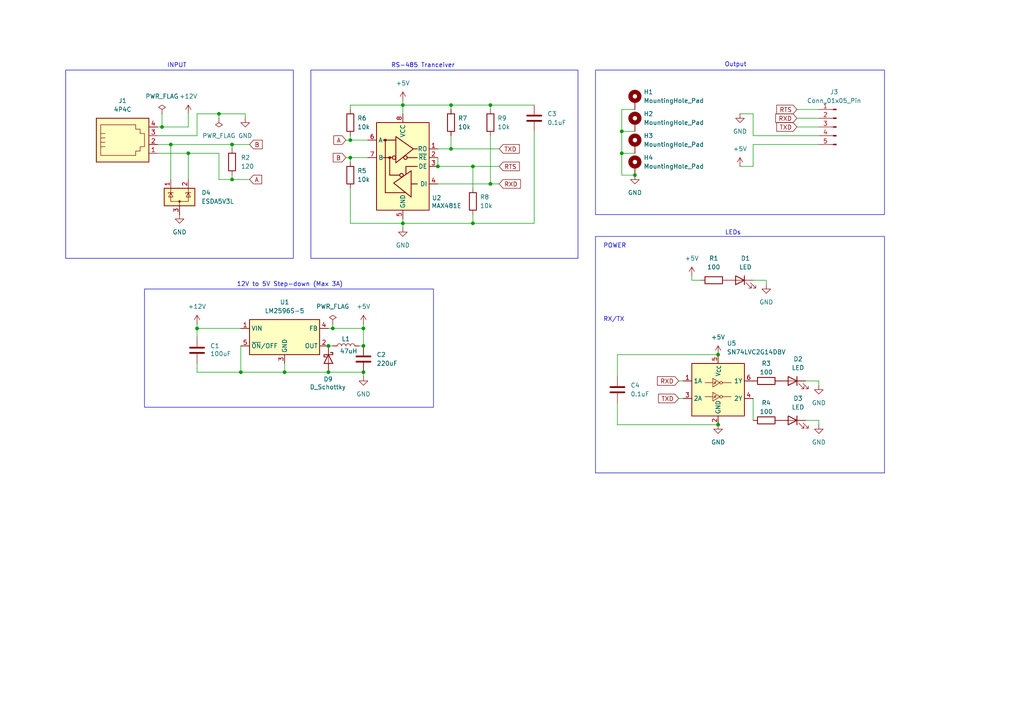
<source format=kicad_sch>
(kicad_sch (version 20231120) (generator "eeschema") (generator_version "8.0")
  (paper "A4")
  (title_block (title "VEXBridge-PCB") (date "2024-11-25") (rev "1.0") (company "Made by DevilBots"))
  (lib_symbols
    (symbol "74xGxx:SN74LVC2G14DBV"
      (property "Reference" "U" (at 2.54 12.7 0))
      (property "Value" "SN74LVC2G14DBV" (at 2.54 10.16 0))
      (symbol "SN74LVC2G14DBV_1_1"
        (rectangle (start -7.62 7.62) (end 7.62 -7.62) (stroke (width 0.254)) (fill (type background)))
        (polyline (pts (xy -1.524 -2.032) (xy -3.81 -2.032)))
        (polyline (pts (xy -1.524 2.032) (xy -3.81 2.032)))
        (polyline (pts (xy -0.762 -1.778) (xy -0.508 -1.778)))
        (polyline (pts (xy -0.762 2.286) (xy -0.508 2.286)))
        (polyline (pts (xy 1.27 -2.032) (xy 3.81 -2.032)))
        (polyline (pts (xy 1.27 2.032) (xy 3.81 2.032)))
        (polyline (pts (xy -1.524 -0.762) (xy 0.508 -2.032) (xy -1.524 -3.302) (xy -1.524 -0.762)))
        (polyline (pts (xy -1.524 3.302) (xy 0.508 2.032) (xy -1.524 0.762) (xy -1.524 3.302)))
        (polyline (pts (xy -1.016 -2.286) (xy -1.016 -1.778) (xy -0.762 -1.778) (xy -0.762 -2.286) (xy -1.27 -2.286)))
        (polyline (pts (xy -1.016 1.778) (xy -1.016 2.286) (xy -0.762 2.286) (xy -0.762 1.778) (xy -1.27 1.778)))
        (circle (center 0.889 -2.032) (radius 0.381))
        (circle (center 0.889 2.032) (radius 0.381))
        (pin input line (at -10.16 2.54 0) (length 2.54) (name "1A") (number "1"))
        (pin power_in line (at 0 -10.16 90) (length 2.54) (name "GND") (number "2"))
        (pin input line (at -10.16 -2.54 0) (length 2.54) (name "2A") (number "3"))
        (pin output line (at 10.16 -2.54 180) (length 2.54) (name "2Y") (number "4"))
        (pin power_in line (at 0 10.16 270) (length 2.54) (name "V_{CC}") (number "5"))
        (pin output line (at 10.16 2.54 180) (length 2.54) (name "1Y") (number "6"))
      )
    )
    (symbol "Connector:4P4C" (pin_names (offset 1.016))
      (property "Reference" "J" (at -5.08 8.89 0))
      (property "Value" "4P4C" (at 2.54 8.89 0))
      (symbol "4P4C_0_1"
        (polyline (pts (xy -6.35 -0.635) (xy -5.08 -0.635) (xy -5.08 -0.635)))
        (polyline (pts (xy -6.35 0.635) (xy -5.08 0.635) (xy -5.08 0.635)))
        (polyline (pts (xy -6.35 1.905) (xy -5.08 1.905) (xy -5.08 1.905)))
        (polyline (pts (xy -6.35 3.175) (xy -5.08 3.175) (xy -5.08 3.175)))
        (polyline (pts (xy -6.35 -3.175) (xy -6.35 5.715) (xy -1.27 5.715) (xy 3.81 5.715) (xy 3.81 4.445) (xy 5.08 4.445) (xy 5.08 3.175) (xy 6.35 3.175) (xy 6.35 -0.635) (xy 5.08 -0.635) (xy 5.08 -1.905) (xy 3.81 -1.905) (xy 3.81 -3.175) (xy -6.35 -3.175) (xy -6.35 -3.175)))
        (rectangle (start 7.62 7.62) (end -7.62 -5.08) (stroke (width 0.254)) (fill (type background)))
      )
      (symbol "4P4C_1_1"
        (pin passive line (at 10.16 -2.54 180) (length 2.54) (name "~") (number "1"))
        (pin passive line (at 10.16 0 180) (length 2.54) (name "~") (number "2"))
        (pin passive line (at 10.16 2.54 180) (length 2.54) (name "~") (number "3"))
        (pin passive line (at 10.16 5.08 180) (length 2.54) (name "~") (number "4"))
      )
    )
    (symbol "Connector:Conn_01x05_Pin" (pin_names (offset 1.016) hide)
      (property "Reference" "J" (at 0 7.62 0))
      (property "Value" "Conn_01x05_Pin" (at 0 -7.62 0))
      (symbol "Conn_01x05_Pin_1_1"
        (polyline (pts (xy 1.27 -5.08) (xy 0.8636 -5.08)) (stroke (width 0.1524)))
        (polyline (pts (xy 1.27 -2.54) (xy 0.8636 -2.54)) (stroke (width 0.1524)))
        (polyline (pts (xy 1.27 0) (xy 0.8636 0)) (stroke (width 0.1524)))
        (polyline (pts (xy 1.27 2.54) (xy 0.8636 2.54)) (stroke (width 0.1524)))
        (polyline (pts (xy 1.27 5.08) (xy 0.8636 5.08)) (stroke (width 0.1524)))
        (rectangle (start 0.8636 -4.953) (end 0 -5.207) (stroke (width 0.1524)) (fill (type outline)))
        (rectangle (start 0.8636 -2.413) (end 0 -2.667) (stroke (width 0.1524)) (fill (type outline)))
        (rectangle (start 0.8636 0.127) (end 0 -0.127) (stroke (width 0.1524)) (fill (type outline)))
        (rectangle (start 0.8636 2.667) (end 0 2.413) (stroke (width 0.1524)) (fill (type outline)))
        (rectangle (start 0.8636 5.207) (end 0 4.953) (stroke (width 0.1524)) (fill (type outline)))
        (pin passive line (at 5.08 5.08 180) (length 3.81) (name "Pin_1") (number "1"))
        (pin passive line (at 5.08 2.54 180) (length 3.81) (name "Pin_2") (number "2"))
        (pin passive line (at 5.08 0 180) (length 3.81) (name "Pin_3") (number "3"))
        (pin passive line (at 5.08 -2.54 180) (length 3.81) (name "Pin_4") (number "4"))
        (pin passive line (at 5.08 -5.08 180) (length 3.81) (name "Pin_5") (number "5"))
      )
    )
    (symbol "Device:C" (pin_numbers hide) (pin_names (offset 0.254))
      (property "Reference" "C" (at 0.635 2.54 0))
      (property "Value" "C" (at 0.635 -2.54 0))
      (symbol "C_0_1"
        (polyline (pts (xy -2.032 -0.762) (xy 2.032 -0.762)) (stroke (width 0.508)))
        (polyline (pts (xy -2.032 0.762) (xy 2.032 0.762)) (stroke (width 0.508)))
      )
      (symbol "C_1_1"
        (pin passive line (at 0 3.81 270) (length 2.794) (name "~") (number "1"))
        (pin passive line (at 0 -3.81 90) (length 2.794) (name "~") (number "2"))
      )
    )
    (symbol "Device:D_Schottky" (pin_numbers hide) (pin_names (offset 1.016) hide)
      (property "Reference" "D" (at 0 2.54 0))
      (property "Value" "D_Schottky" (at 0 -2.54 0))
      (symbol "D_Schottky_0_1"
        (polyline (pts (xy 1.27 0) (xy -1.27 0)))
        (polyline (pts (xy 1.27 1.27) (xy 1.27 -1.27) (xy -1.27 0) (xy 1.27 1.27)) (stroke (width 0.254)))
        (polyline (pts (xy -1.905 0.635) (xy -1.905 1.27) (xy -1.27 1.27) (xy -1.27 -1.27) (xy -0.635 -1.27) (xy -0.635 -0.635)) (stroke (width 0.254)))
      )
      (symbol "D_Schottky_1_1"
        (pin passive line (at -3.81 0 0) (length 2.54) (name "K") (number "1"))
        (pin passive line (at 3.81 0 180) (length 2.54) (name "A") (number "2"))
      )
    )
    (symbol "Device:L" (pin_numbers hide) (pin_names (offset 1.016) hide)
      (property "Reference" "L" (at -1.27 0 90))
      (property "Value" "L" (at 1.905 0 90))
      (symbol "L_0_1"
        (arc (start 0 -2.54) (mid 0.6323 -1.905) (end 0 -1.27))
        (arc (start 0 -1.27) (mid 0.6323 -0.635) (end 0 0))
        (arc (start 0 0) (mid 0.6323 0.635) (end 0 1.27))
        (arc (start 0 1.27) (mid 0.6323 1.905) (end 0 2.54))
      )
      (symbol "L_1_1"
        (pin passive line (at 0 3.81 270) (length 1.27) (name "1") (number "1"))
        (pin passive line (at 0 -3.81 90) (length 1.27) (name "2") (number "2"))
      )
    )
    (symbol "Device:LED" (pin_numbers hide) (pin_names (offset 1.016) hide)
      (property "Reference" "D" (at 0 2.54 0))
      (property "Value" "LED" (at 0 -2.54 0))
      (symbol "LED_0_1"
        (polyline (pts (xy -1.27 -1.27) (xy -1.27 1.27)) (stroke (width 0.254)))
        (polyline (pts (xy -1.27 0) (xy 1.27 0)))
        (polyline (pts (xy 1.27 -1.27) (xy 1.27 1.27) (xy -1.27 0) (xy 1.27 -1.27)) (stroke (width 0.254)))
        (polyline (pts (xy -3.048 -0.762) (xy -4.572 -2.286) (xy -3.81 -2.286) (xy -4.572 -2.286) (xy -4.572 -1.524)))
        (polyline (pts (xy -1.778 -0.762) (xy -3.302 -2.286) (xy -2.54 -2.286) (xy -3.302 -2.286) (xy -3.302 -1.524)))
      )
      (symbol "LED_1_1"
        (pin passive line (at -3.81 0 0) (length 2.54) (name "K") (number "1"))
        (pin passive line (at 3.81 0 180) (length 2.54) (name "A") (number "2"))
      )
    )
    (symbol "Device:R" (pin_numbers hide) (pin_names (offset 0))
      (property "Reference" "R" (at 2.032 0 90))
      (property "Value" "R" (at 0 0 90))
      (symbol "R_0_1"
        (rectangle (start -1.016 -2.54) (end 1.016 2.54) (stroke (width 0.254)))
      )
      (symbol "R_1_1"
        (pin passive line (at 0 3.81 270) (length 1.27) (name "~") (number "1"))
        (pin passive line (at 0 -3.81 90) (length 1.27) (name "~") (number "2"))
      )
    )
    (symbol "Interface_UART:MAX481E"
      (property "Reference" "U" (at -6.985 13.97 0))
      (property "Value" "MAX481E" (at 1.905 13.97 0))
      (symbol "MAX481E_0_1"
        (rectangle (start -7.62 12.7) (end 7.62 -12.7) (stroke (width 0.254)) (fill (type background)))
        (polyline (pts (xy -4.191 2.54) (xy -1.27 2.54)) (stroke (width 0.254)))
        (polyline (pts (xy -2.54 -5.08) (xy -4.191 -5.08)) (stroke (width 0.254)))
        (polyline (pts (xy -0.635 -7.62) (xy 5.08 -7.62)) (stroke (width 0.254)))
        (polyline (pts (xy 0.889 -2.54) (xy 3.81 -2.54)) (stroke (width 0.254)))
        (polyline (pts (xy 2.032 7.62) (xy 5.715 7.62)) (stroke (width 0.254)))
        (polyline (pts (xy 3.048 2.54) (xy 5.715 2.54)) (stroke (width 0.254)))
        (polyline (pts (xy 3.81 -2.54) (xy 3.81 2.54)) (stroke (width 0.254)))
        (polyline (pts (xy 5.08 -7.62) (xy 5.08 7.62)) (stroke (width 0.254)))
        (polyline (pts (xy -4.191 0) (xy -0.889 0) (xy -0.889 -2.286)) (stroke (width 0.254)))
        (polyline (pts (xy -3.175 5.08) (xy -4.191 5.08) (xy -4.064 5.08)) (stroke (width 0.254)))
        (polyline (pts (xy -2.413 -5.08) (xy -2.413 -1.27) (xy 2.667 -4.826) (xy -2.413 -8.89) (xy -2.413 -5.08)) (stroke (width 0.254)))
        (circle (center 0.381 -2.54) (radius 0.508) (stroke (width 0.254)))
        (circle (center 3.81 2.54) (radius 0.2794) (stroke (width 0.254)) (fill (type outline)))
      )
      (symbol "MAX481E_1_1"
        (circle (center -0.762 2.54) (radius 0.508) (stroke (width 0.254)))
        (polyline (pts (xy 2.032 4.826) (xy 2.032 8.636) (xy -3.048 5.08) (xy 2.032 1.016) (xy 2.032 4.826)) (stroke (width 0.254)))
        (circle (center 2.54 2.54) (radius 0.508) (stroke (width 0.254)))
        (circle (center 5.08 7.62) (radius 0.2794) (stroke (width 0.254)) (fill (type outline)))
        (pin output line (at -10.16 5.08 0) (length 2.54) (name "RO") (number "1"))
        (pin input line (at -10.16 2.54 0) (length 2.54) (name "~{RE}") (number "2"))
        (pin input line (at -10.16 0 0) (length 2.54) (name "DE") (number "3"))
        (pin input line (at -10.16 -5.08 0) (length 2.54) (name "DI") (number "4"))
        (pin power_in line (at 0 -15.24 90) (length 2.54) (name "GND") (number "5"))
        (pin bidirectional line (at 10.16 7.62 180) (length 2.54) (name "A") (number "6"))
        (pin bidirectional line (at 10.16 2.54 180) (length 2.54) (name "B") (number "7"))
        (pin power_in line (at 0 15.24 270) (length 2.54) (name "VCC") (number "8"))
      )
    )
    (symbol "Mechanical:MountingHole_Pad" (pin_numbers hide) (pin_names (offset 1.016) hide) (exclude_from_sim yes) (in_bom no)
      (property "Reference" "H" (at 0 6.35 0))
      (property "Value" "MountingHole_Pad" (at 0 4.445 0))
      (symbol "MountingHole_Pad_0_1"
        (circle (center 0 1.27) (radius 1.27) (stroke (width 1.27)))
      )
      (symbol "MountingHole_Pad_1_1"
        (pin input line (at 0 -2.54 90) (length 2.54) (name "1") (number "1"))
      )
    )
    (symbol "Power_Protection:ESDA5V3L" (pin_names hide)
      (property "Reference" "D" (at 5.715 2.54 0))
      (property "Value" "ESDA5V3L" (at 5.715 0.635 0))
      (symbol "ESDA5V3L_0_0"
        (pin passive line (at 0 -5.08 90) (length 2.54) (name "A") (number "3"))
      )
      (symbol "ESDA5V3L_0_1"
        (rectangle (start -4.445 2.54) (end 4.445 -2.54) (stroke (width 0.254)) (fill (type background)))
        (circle (center 0 -1.27) (radius 0.254) (fill (type outline)))
        (polyline (pts (xy -2.54 2.54) (xy -2.54 1.27)))
        (polyline (pts (xy 0 -1.27) (xy 0 -2.54)))
        (polyline (pts (xy 2.54 2.54) (xy 2.54 1.27)))
        (polyline (pts (xy -3.302 1.016) (xy -3.302 1.27) (xy -1.905 1.27) (xy -1.778 1.27)))
        (polyline (pts (xy -2.54 1.27) (xy -2.54 -1.27) (xy 2.54 -1.27) (xy 2.54 1.27)))
        (polyline (pts (xy -2.54 1.27) (xy -1.905 0) (xy -3.175 0) (xy -2.54 1.27)))
        (polyline (pts (xy 1.778 1.016) (xy 1.778 1.27) (xy 3.175 1.27) (xy 3.302 1.27)))
        (polyline (pts (xy 2.54 1.27) (xy 1.905 0) (xy 3.175 0) (xy 2.54 1.27)))
      )
      (symbol "ESDA5V3L_1_1"
        (pin passive line (at -2.54 5.08 270) (length 2.54) (name "K") (number "1"))
        (pin passive line (at 2.54 5.08 270) (length 2.54) (name "K") (number "2"))
      )
    )
    (symbol "Regulator_Switching:LM2596S-5"
      (property "Reference" "U" (at -10.16 6.35 0))
      (property "Value" "LM2596S-5" (at 0 6.35 0))
      (symbol "LM2596S-5_0_1"
        (rectangle (start -10.16 5.08) (end 10.16 -5.08) (stroke (width 0.254)) (fill (type background)))
      )
      (symbol "LM2596S-5_1_1"
        (pin power_in line (at -12.7 2.54 0) (length 2.54) (name "VIN") (number "1"))
        (pin output line (at 12.7 -2.54 180) (length 2.54) (name "OUT") (number "2"))
        (pin power_in line (at 0 -7.62 90) (length 2.54) (name "GND") (number "3"))
        (pin input line (at 12.7 2.54 180) (length 2.54) (name "FB") (number "4"))
        (pin input line (at -12.7 -2.54 0) (length 2.54) (name "~{ON}/OFF") (number "5"))
      )
    )
    (symbol "power:+12V" (power) (pin_numbers hide) (pin_names (offset 0) hide)
      (property "Value" "+12V" (at 0 3.556 0))
      (symbol "+12V_0_1"
        (polyline (pts (xy -0.762 1.27) (xy 0 2.54)))
        (polyline (pts (xy 0 0) (xy 0 2.54)))
        (polyline (pts (xy 0 2.54) (xy 0.762 1.27)))
      )
      (symbol "+12V_1_1"
        (pin power_in line (at 0 0 90) (length 0) (name "~") (number "1"))
      )
    )
    (symbol "power:+5V" (power) (pin_numbers hide) (pin_names (offset 0) hide)
      (property "Value" "+5V" (at 0 3.556 0))
      (symbol "+5V_0_1"
        (polyline (pts (xy -0.762 1.27) (xy 0 2.54)))
        (polyline (pts (xy 0 0) (xy 0 2.54)))
        (polyline (pts (xy 0 2.54) (xy 0.762 1.27)))
      )
      (symbol "+5V_1_1"
        (pin power_in line (at 0 0 90) (length 0) (name "~") (number "1"))
      )
    )
    (symbol "power:GND" (power) (pin_numbers hide) (pin_names (offset 0) hide)
      (property "Value" "GND" (at 0 -3.81 0))
      (symbol "GND_0_1"
        (polyline (pts (xy 0 0) (xy 0 -1.27) (xy 1.27 -1.27) (xy 0 -2.54) (xy -1.27 -1.27) (xy 0 -1.27)))
      )
      (symbol "GND_1_1"
        (pin power_in line (at 0 0 270) (length 0) (name "~") (number "1"))
      )
    )
    (symbol "power:PWR_FLAG" (power) (pin_numbers hide) (pin_names (offset 0) hide)
      (property "Value" "PWR_FLAG" (at 0 3.81 0))
      (symbol "PWR_FLAG_0_0"
        (pin power_out line (at 0 0 90) (length 0) (name "~") (number "1"))
      )
      (symbol "PWR_FLAG_0_1"
        (polyline (pts (xy 0 0) (xy 0 1.27) (xy -1.016 1.905) (xy 0 2.54) (xy 1.016 1.905) (xy 0 1.27)))
      )
    )
  )
  (junction (at 105.41 107.95))
  (junction (at 208.28 102.87))
  (junction (at 46.99 36.83))
  (junction (at 63.5 33.02))
  (junction (at 101.6 40.64))
  (junction (at 67.31 52.07))
  (junction (at 105.41 95.25))
  (junction (at 180.34 38.1))
  (junction (at 116.84 64.77))
  (junction (at 180.34 44.45))
  (junction (at 130.81 43.18))
  (junction (at 137.16 48.26))
  (junction (at 142.24 53.34))
  (junction (at 69.85 107.95))
  (junction (at 130.81 30.48))
  (junction (at 96.52 95.25))
  (junction (at 137.16 64.77))
  (junction (at 105.41 100.33))
  (junction (at 57.15 95.25))
  (junction (at 142.24 30.48))
  (junction (at 95.25 100.33))
  (junction (at 184.15 50.8))
  (junction (at 101.6 45.72))
  (junction (at 127 48.26))
  (junction (at 208.28 123.19))
  (junction (at 82.55 107.95))
  (junction (at 95.25 107.95))
  (junction (at 116.84 30.48))
  (junction (at 67.31 41.91))
  (junction (at 49.53 41.91))
  (junction (at 54.61 44.45))
  (wire (pts (xy 200.66 80.01) (xy 200.66 81.28)))
  (wire (pts (xy 218.44 48.26) (xy 218.44 41.91)))
  (wire (pts (xy 54.61 44.45) (xy 63.5 44.45)))
  (wire (pts (xy 101.6 45.72) (xy 106.68 45.72)))
  (wire (pts (xy 105.41 107.95) (xy 105.41 109.22)))
  (wire (pts (xy 116.84 66.04) (xy 116.84 64.77)))
  (wire (pts (xy 101.6 64.77) (xy 116.84 64.77)))
  (wire (pts (xy 214.63 48.26) (xy 218.44 48.26)))
  (wire (pts (xy 200.66 81.28) (xy 203.2 81.28)))
  (wire (pts (xy 96.52 100.33) (xy 95.25 100.33)))
  (wire (pts (xy 82.55 105.41) (xy 82.55 107.95)))
  (wire (pts (xy 180.34 38.1) (xy 184.15 38.1)))
  (wire (pts (xy 231.14 36.83) (xy 237.49 36.83)))
  (wire (pts (xy 82.55 107.95) (xy 95.25 107.95)))
  (wire (pts (xy 57.15 107.95) (xy 69.85 107.95)))
  (wire (pts (xy 218.44 41.91) (xy 237.49 41.91)))
  (wire (pts (xy 214.63 33.02) (xy 218.44 33.02)))
  (wire (pts (xy 137.16 64.77) (xy 116.84 64.77)))
  (wire (pts (xy 96.52 95.25) (xy 105.41 95.25)))
  (wire (pts (xy 63.5 52.07) (xy 67.31 52.07)))
  (wire (pts (xy 179.07 123.19) (xy 208.28 123.19)))
  (wire (pts (xy 95.25 107.95) (xy 105.41 107.95)))
  (wire (pts (xy 218.44 115.57) (xy 218.44 121.92)))
  (wire (pts (xy 154.94 64.77) (xy 154.94 38.1)))
  (wire (pts (xy 237.49 110.49) (xy 233.68 110.49)))
  (wire (pts (xy 180.34 38.1) (xy 180.34 44.45)))
  (wire (pts (xy 233.68 121.92) (xy 237.49 121.92)))
  (wire (pts (xy 127 48.26) (xy 137.16 48.26)))
  (wire (pts (xy 180.34 44.45) (xy 184.15 44.45)))
  (wire (pts (xy 57.15 95.25) (xy 57.15 97.79)))
  (wire (pts (xy 57.15 33.02) (xy 63.5 33.02)))
  (wire (pts (xy 57.15 95.25) (xy 69.85 95.25)))
  (wire (pts (xy 116.84 30.48) (xy 116.84 29.21)))
  (wire (pts (xy 196.85 115.57) (xy 198.12 115.57)))
  (wire (pts (xy 57.15 39.37) (xy 45.72 39.37)))
  (wire (pts (xy 179.07 102.87) (xy 208.28 102.87)))
  (wire (pts (xy 101.6 46.99) (xy 101.6 45.72)))
  (wire (pts (xy 67.31 50.8) (xy 67.31 52.07)))
  (wire (pts (xy 237.49 123.19) (xy 237.49 121.92)))
  (wire (pts (xy 45.72 44.45) (xy 54.61 44.45)))
  (wire (pts (xy 101.6 54.61) (xy 101.6 64.77)))
  (wire (pts (xy 49.53 41.91) (xy 67.31 41.91)))
  (wire (pts (xy 96.52 93.98) (xy 96.52 95.25)))
  (wire (pts (xy 67.31 52.07) (xy 72.39 52.07)))
  (wire (pts (xy 116.84 30.48) (xy 130.81 30.48)))
  (wire (pts (xy 101.6 39.37) (xy 101.6 40.64)))
  (wire (pts (xy 54.61 44.45) (xy 54.61 52.07)))
  (wire (pts (xy 130.81 43.18) (xy 144.78 43.18)))
  (wire (pts (xy 45.72 41.91) (xy 49.53 41.91)))
  (wire (pts (xy 231.14 31.75) (xy 237.49 31.75)))
  (wire (pts (xy 180.34 44.45) (xy 180.34 50.8)))
  (wire (pts (xy 63.5 33.02) (xy 63.5 34.29)))
  (wire (pts (xy 69.85 100.33) (xy 69.85 107.95)))
  (wire (pts (xy 179.07 116.84) (xy 179.07 123.19)))
  (wire (pts (xy 196.85 110.49) (xy 198.12 110.49)))
  (wire (pts (xy 46.99 33.02) (xy 46.99 36.83)))
  (wire (pts (xy 222.25 81.28) (xy 218.44 81.28)))
  (wire (pts (xy 101.6 30.48) (xy 116.84 30.48)))
  (wire (pts (xy 142.24 53.34) (xy 144.78 53.34)))
  (wire (pts (xy 101.6 40.64) (xy 106.68 40.64)))
  (wire (pts (xy 222.25 82.55) (xy 222.25 81.28)))
  (wire (pts (xy 231.14 34.29) (xy 237.49 34.29)))
  (wire (pts (xy 130.81 30.48) (xy 130.81 31.75)))
  (wire (pts (xy 49.53 41.91) (xy 49.53 52.07)))
  (wire (pts (xy 184.15 31.75) (xy 180.34 31.75)))
  (wire (pts (xy 67.31 41.91) (xy 72.39 41.91)))
  (wire (pts (xy 69.85 107.95) (xy 82.55 107.95)))
  (wire (pts (xy 104.14 100.33) (xy 105.41 100.33)))
  (wire (pts (xy 142.24 30.48) (xy 142.24 31.75)))
  (wire (pts (xy 71.12 34.29) (xy 71.12 33.02)))
  (wire (pts (xy 101.6 30.48) (xy 101.6 31.75)))
  (wire (pts (xy 130.81 30.48) (xy 142.24 30.48)))
  (wire (pts (xy 116.84 63.5) (xy 116.84 64.77)))
  (wire (pts (xy 137.16 62.23) (xy 137.16 64.77)))
  (wire (pts (xy 127 43.18) (xy 130.81 43.18)))
  (wire (pts (xy 237.49 111.76) (xy 237.49 110.49)))
  (wire (pts (xy 100.33 40.64) (xy 101.6 40.64)))
  (wire (pts (xy 137.16 48.26) (xy 137.16 54.61)))
  (wire (pts (xy 218.44 33.02) (xy 218.44 39.37)))
  (wire (pts (xy 57.15 107.95) (xy 57.15 105.41)))
  (wire (pts (xy 127 53.34) (xy 142.24 53.34)))
  (wire (pts (xy 57.15 33.02) (xy 57.15 39.37)))
  (wire (pts (xy 127 45.72) (xy 127 48.26)))
  (wire (pts (xy 71.12 33.02) (xy 63.5 33.02)))
  (wire (pts (xy 105.41 95.25) (xy 105.41 100.33)))
  (wire (pts (xy 218.44 39.37) (xy 237.49 39.37)))
  (wire (pts (xy 63.5 44.45) (xy 63.5 52.07)))
  (wire (pts (xy 130.81 39.37) (xy 130.81 43.18)))
  (wire (pts (xy 100.33 45.72) (xy 101.6 45.72)))
  (wire (pts (xy 95.25 95.25) (xy 96.52 95.25)))
  (wire (pts (xy 137.16 64.77) (xy 154.94 64.77)))
  (wire (pts (xy 137.16 48.26) (xy 144.78 48.26)))
  (wire (pts (xy 180.34 31.75) (xy 180.34 38.1)))
  (wire (pts (xy 180.34 50.8) (xy 184.15 50.8)))
  (wire (pts (xy 45.72 36.83) (xy 46.99 36.83)))
  (wire (pts (xy 54.61 36.83) (xy 54.61 33.02)))
  (wire (pts (xy 67.31 43.18) (xy 67.31 41.91)))
  (wire (pts (xy 57.15 93.98) (xy 57.15 95.25)))
  (wire (pts (xy 105.41 93.98) (xy 105.41 95.25)))
  (wire (pts (xy 46.99 36.83) (xy 54.61 36.83)))
  (wire (pts (xy 142.24 39.37) (xy 142.24 53.34)))
  (wire (pts (xy 116.84 30.48) (xy 116.84 33.02)))
  (wire (pts (xy 179.07 109.22) (xy 179.07 102.87)))
  (wire (pts (xy 142.24 30.48) (xy 154.94 30.48)))
  (rectangle (start 172.72 68.58) (end 256.54 137.16))
  (rectangle (start 90.17 20.32) (end 167.64 74.93))
  (rectangle (start 172.72 20.32) (end 256.54 62.23))
  (rectangle (start 19.05 20.32) (end 85.09 74.93))
  (rectangle (start 41.91 83.82) (end 125.73 118.11))
  (text "INPUT" (at 51.308 19.05 0) (effects (font (size 1.27 1.27))))
  (text "LEDs" (at 212.598 67.564 0) (effects (font (size 1.27 1.27))))
  (text "RX/TX\n" (at 178.054 92.71 0) (effects (font (size 1.27 1.27))))
  (text "POWER" (at 178.308 71.374 0) (effects (font (size 1.27 1.27))))
  (text "Output" (at 213.36 18.796 0) (effects (font (size 1.27 1.27))))
  (text "12V to 5V Step-down (Max 3A)" (at 84.074 82.55 0) (effects (font (size 1.27 1.27))))
  (text "RS-485 Tranceiver" (at 122.682 19.05 0) (effects (font (size 1.27 1.27))))
  (global_label "TXD" (shape input) (at 196.85 115.57 180) (property "Intersheetrefs" "${INTERSHEET_REFS}" (effects (hide yes))))
  (global_label "B" (shape input) (at 100.33 45.72 180) (property "Intersheetrefs" "${INTERSHEET_REFS}" (effects (hide yes))))
  (global_label "B" (shape input) (at 72.39 41.91 0) (property "Intersheetrefs" "${INTERSHEET_REFS}" (effects (hide yes))))
  (global_label "RXD" (shape input) (at 196.85 110.49 180) (property "Intersheetrefs" "${INTERSHEET_REFS}" (effects (hide yes))))
  (global_label "A" (shape input) (at 100.33 40.64 180) (property "Intersheetrefs" "${INTERSHEET_REFS}" (effects (hide yes))))
  (global_label "RXD" (shape input) (at 231.14 34.29 180) (property "Intersheetrefs" "${INTERSHEET_REFS}" (effects (hide yes))))
  (global_label "RTS" (shape input) (at 144.78 48.26 0) (property "Intersheetrefs" "${INTERSHEET_REFS}" (effects (hide yes))))
  (global_label "TXD" (shape input) (at 144.78 43.18 0) (property "Intersheetrefs" "${INTERSHEET_REFS}" (effects (hide yes))))
  (global_label "RXD" (shape input) (at 144.78 53.34 0) (property "Intersheetrefs" "${INTERSHEET_REFS}" (effects (hide yes))))
  (global_label "TXD" (shape input) (at 231.14 36.83 180) (property "Intersheetrefs" "${INTERSHEET_REFS}" (effects (hide yes))))
  (global_label "RTS" (shape input) (at 231.14 31.75 180) (property "Intersheetrefs" "${INTERSHEET_REFS}" (effects (hide yes))))
  (global_label "A" (shape input) (at 72.39 52.07 0) (property "Intersheetrefs" "${INTERSHEET_REFS}" (effects (hide yes))))
  (symbol (lib_id "power:+5V") (at 200.66 80.01 0) (unit 1)
    (property "Reference" "#PWR07" (effects (hide yes)))
    (property "Value" "+5V" (at 200.66 74.93 0))
    (property "Description" "Power symbol creates a global label with name \"+5V\"" (effects (hide yes)))
  )
  (symbol (lib_id "Connector:Conn_01x05_Pin") (at 242.57 36.83 0) (mirror y) (unit 1)
    (property "Reference" "J3" (at 241.935 26.67 0))
    (property "Value" "Conn_01x05_Pin" (at 241.935 29.21 0))
    (property "Footprint" "Connector_PinHeader_2.54mm:PinHeader_1x05_P2.54mm_Vertical" (effects (hide yes)))
    (property "Description" "Generic connector, single row, 01x05, script generated" (effects (hide yes)))
  )
  (symbol (lib_id "power:PWR_FLAG") (at 46.99 33.02 0) (unit 1)
    (property "Reference" "#FLG01" (effects (hide yes)))
    (property "Value" "PWR_FLAG" (at 46.99 27.94 0))
    (property "Description" "Special symbol for telling ERC where power comes from" (effects (hide yes)))
  )
  (symbol (lib_id "Device:C") (at 57.15 101.6 0) (unit 1)
    (property "Reference" "C1" (at 60.96 100.3299 0) (effects (justify left)))
    (property "Value" "100uF" (at 60.96 102.616 0) (effects (justify left)))
    (property "Footprint" "Capacitor_SMD:CP_Elec_6.3x7.7" (effects (hide yes)))
    (property "Description" "Unpolarized capacitor" (effects (hide yes)))
  )
  (symbol (lib_id "Device:R") (at 222.25 121.92 90) (unit 1)
    (property "Reference" "R4" (at 222.25 116.84 90))
    (property "Value" "100" (at 222.25 119.38 90))
    (property "Footprint" "Resistor_SMD:R_0805_2012Metric" (effects (hide yes)))
    (property "Description" "Resistor" (effects (hide yes)))
  )
  (symbol (lib_id "Device:R") (at 67.31 46.99 0) (unit 1)
    (property "Reference" "R2" (at 69.85 45.7199 0) (effects (justify left)))
    (property "Value" "120" (at 69.85 48.2599 0) (effects (justify left)))
    (property "Footprint" "Resistor_SMD:R_1206_3216Metric" (effects (hide yes)))
    (property "Description" "Resistor" (effects (hide yes)))
  )
  (symbol (lib_id "Mechanical:MountingHole_Pad") (at 184.15 41.91 0) (unit 1) (exclude_from_sim yes) (in_bom no)
    (property "Reference" "H3" (at 186.69 39.3699 0) (effects (justify left)))
    (property "Value" "MountingHole_Pad" (at 186.69 41.9099 0) (effects (justify left)))
    (property "Footprint" "MountingHole:MountingHole_2.7mm_M2.5_Pad" (effects (hide yes)))
    (property "Description" "Mounting Hole with connection" (effects (hide yes)))
  )
  (symbol (lib_id "Device:L") (at 100.33 100.33 90) (unit 1)
    (property "Reference" "L1" (at 99.06 98.298 90) (effects (justify right)))
    (property "Value" "47uH" (at 98.552 101.854 90) (effects (justify right)))
    (property "Footprint" "Inductor_SMD:L_Coilcraft_XxL4020" (effects (hide yes)))
    (property "Description" "Inductor" (effects (hide yes)))
  )
  (symbol (lib_id "74xGxx:SN74LVC2G14DBV") (at 208.28 113.03 0) (unit 1)
    (property "Reference" "U5" (at 210.82 99.568 0) (effects (justify left)))
    (property "Value" "SN74LVC2G14DBV" (at 210.82 102.108 0) (effects (justify left)))
    (property "Footprint" "Package_TO_SOT_SMD:SOT-23-6" (effects (hide yes)))
    (property "Datasheet" "https://www.ti.com/lit/ds/symlink/sn74lvc2g14.pdf" (effects (hide yes)))
    (property "Description" "Dual schmitt inverter, VCC from 1.65 to 5.5 V, SOT-23" (effects (hide yes)))
  )
  (symbol (lib_id "power:GND") (at 214.63 33.02 0) (unit 1)
    (property "Reference" "#PWR09" (effects (hide yes)))
    (property "Value" "GND" (at 214.63 38.1 0))
    (property "Description" "Power symbol creates a global label with name \"GND\" , ground" (effects (hide yes)))
  )
  (symbol (lib_id "Device:LED") (at 229.87 121.92 0) (mirror y) (unit 1)
    (property "Reference" "D3" (at 231.4575 115.57 0))
    (property "Value" "LED" (at 231.4575 118.11 0))
    (property "Footprint" "LED_SMD:LED_0603_1608Metric" (effects (hide yes)))
    (property "Description" "Light emitting diode" (effects (hide yes)))
  )
  (symbol (lib_id "Connector:4P4C") (at 35.56 41.91 0) (unit 1)
    (property "Reference" "J1" (at 35.56 29.21 0))
    (property "Value" "4P4C" (at 35.56 31.75 0))
    (property "Footprint" "Connector_RJ:RJ9_Evercom_5301-440xxx_Horizontal" (effects (hide yes)))
    (property "Description" "RJ connector, 4P4C (4 positions 4 connected), RJ9/RJ10/RJ22" (effects (hide yes)))
  )
  (symbol (lib_id "power:GND") (at 237.49 123.19 0) (unit 1)
    (property "Reference" "#PWR016" (effects (hide yes)))
    (property "Value" "GND" (at 237.49 128.27 0))
    (property "Description" "Power symbol creates a global label with name \"GND\" , ground" (effects (hide yes)))
  )
  (symbol (lib_id "Device:C") (at 179.07 113.03 0) (unit 1)
    (property "Reference" "C4" (at 182.88 111.7599 0) (effects (justify left)))
    (property "Value" "0.1uF" (at 182.88 114.2999 0) (effects (justify left)))
    (property "Footprint" "Capacitor_SMD:C_0402_1005Metric" (effects (hide yes)))
    (property "Description" "Unpolarized capacitor" (effects (hide yes)))
  )
  (symbol (lib_id "power:GND") (at 71.12 34.29 0) (unit 1)
    (property "Reference" "#PWR012" (effects (hide yes)))
    (property "Value" "GND" (at 71.12 39.37 0))
    (property "Description" "Power symbol creates a global label with name \"GND\" , ground" (effects (hide yes)))
  )
  (symbol (lib_id "Device:LED") (at 214.63 81.28 0) (mirror y) (unit 1)
    (property "Reference" "D1" (at 216.2175 74.93 0))
    (property "Value" "LED" (at 216.2175 77.47 0))
    (property "Footprint" "LED_SMD:LED_0603_1608Metric" (effects (hide yes)))
    (property "Description" "Light emitting diode" (effects (hide yes)))
  )
  (symbol (lib_id "Mechanical:MountingHole_Pad") (at 184.15 35.56 0) (unit 1) (exclude_from_sim yes) (in_bom no)
    (property "Reference" "H2" (at 186.69 33.0199 0) (effects (justify left)))
    (property "Value" "MountingHole_Pad" (at 186.69 35.5599 0) (effects (justify left)))
    (property "Footprint" "MountingHole:MountingHole_2.7mm_M2.5_Pad" (effects (hide yes)))
    (property "Description" "Mounting Hole with connection" (effects (hide yes)))
  )
  (symbol (lib_id "Device:D_Schottky") (at 95.25 104.14 270) (unit 1)
    (property "Reference" "D9" (at 96.52 109.982 90) (effects (justify right)))
    (property "Value" "D_Schottky" (at 100.33 112.268 90) (effects (justify right)))
    (property "Footprint" "Diode_SMD:D_SMA" (effects (hide yes)))
    (property "Description" "Schottky diode" (effects (hide yes)))
  )
  (symbol (lib_id "power:GND") (at 208.28 123.19 0) (unit 1)
    (property "Reference" "#PWR013" (effects (hide yes)))
    (property "Value" "GND" (at 208.28 128.27 0))
    (property "Description" "Power symbol creates a global label with name \"GND\" , ground" (effects (hide yes)))
  )
  (symbol (lib_id "Device:R") (at 222.25 110.49 90) (unit 1)
    (property "Reference" "R3" (at 222.25 105.41 90))
    (property "Value" "100" (at 222.25 107.95 90))
    (property "Footprint" "Resistor_SMD:R_0805_2012Metric" (effects (hide yes)))
    (property "Description" "Resistor" (effects (hide yes)))
  )
  (symbol (lib_id "Device:R") (at 130.81 35.56 0) (unit 1)
    (property "Reference" "R7" (at 132.842 34.29 0) (effects (justify left)))
    (property "Value" "10k" (at 132.842 36.83 0) (effects (justify left)))
    (property "Footprint" "Resistor_SMD:R_0805_2012Metric" (effects (hide yes)))
    (property "Description" "Resistor" (effects (hide yes)))
  )
  (symbol (lib_id "power:GND") (at 222.25 82.55 0) (unit 1)
    (property "Reference" "#PWR08" (effects (hide yes)))
    (property "Value" "GND" (at 222.25 87.63 0))
    (property "Description" "Power symbol creates a global label with name \"GND\" , ground" (effects (hide yes)))
  )
  (symbol (lib_id "Device:C") (at 154.94 34.29 0) (unit 1)
    (property "Reference" "C3" (at 158.75 33.0199 0) (effects (justify left)))
    (property "Value" "0.1uF" (at 158.75 35.5599 0) (effects (justify left)))
    (property "Footprint" "Capacitor_SMD:C_0402_1005Metric" (effects (hide yes)))
    (property "Description" "Unpolarized capacitor" (effects (hide yes)))
  )
  (symbol (lib_id "power:GND") (at 184.15 50.8 0) (unit 1)
    (property "Reference" "#PWR019" (effects (hide yes)))
    (property "Value" "GND" (at 184.15 55.88 0))
    (property "Description" "Power symbol creates a global label with name \"GND\" , ground" (effects (hide yes)))
  )
  (symbol (lib_id "power:+5V") (at 105.41 93.98 0) (unit 1)
    (property "Reference" "#PWR01" (effects (hide yes)))
    (property "Value" "+5V" (at 105.41 88.9 0))
    (property "Description" "Power symbol creates a global label with name \"+5V\"" (effects (hide yes)))
  )
  (symbol (lib_id "Mechanical:MountingHole_Pad") (at 184.15 48.26 0) (unit 1) (exclude_from_sim yes) (in_bom no)
    (property "Reference" "H4" (at 186.69 45.7199 0) (effects (justify left)))
    (property "Value" "MountingHole_Pad" (at 186.69 48.2599 0) (effects (justify left)))
    (property "Footprint" "MountingHole:MountingHole_2.7mm_M2.5_Pad" (effects (hide yes)))
    (property "Description" "Mounting Hole with connection" (effects (hide yes)))
  )
  (symbol (lib_id "Device:R") (at 101.6 50.8 0) (unit 1)
    (property "Reference" "R5" (at 103.632 49.53 0) (effects (justify left)))
    (property "Value" "10k" (at 103.632 52.07 0) (effects (justify left)))
    (property "Footprint" "Resistor_SMD:R_0805_2012Metric" (effects (hide yes)))
    (property "Description" "Resistor" (effects (hide yes)))
  )
  (symbol (lib_id "power:GND") (at 105.41 109.22 0) (unit 1)
    (property "Reference" "#PWR02" (effects (hide yes)))
    (property "Value" "GND" (at 105.41 114.3 0))
    (property "Description" "Power symbol creates a global label with name \"GND\" , ground" (effects (hide yes)))
  )
  (symbol (lib_id "Regulator_Switching:LM2596S-5") (at 82.55 97.79 0) (unit 1)
    (property "Reference" "U1" (at 82.55 87.63 0))
    (property "Value" "LM2596S-5" (at 82.55 90.17 0))
    (property "Footprint" "Package_TO_SOT_SMD:TO-263-5_TabPin3" (effects (hide yes)))
    (property "Datasheet" "http://www.ti.com/lit/ds/symlink/lm2596.pdf" (effects (hide yes)))
    (property "Description" "5V 3A Step-Down Voltage Regulator, TO-263" (effects (hide yes)))
  )
  (symbol (lib_id "Device:LED") (at 229.87 110.49 0) (mirror y) (unit 1)
    (property "Reference" "D2" (at 231.4575 104.14 0))
    (property "Value" "LED" (at 231.4575 106.68 0))
    (property "Footprint" "LED_SMD:LED_0603_1608Metric" (effects (hide yes)))
    (property "Description" "Light emitting diode" (effects (hide yes)))
  )
  (symbol (lib_id "power:+5V") (at 116.84 29.21 0) (unit 1)
    (property "Reference" "#PWR06" (effects (hide yes)))
    (property "Value" "+5V" (at 116.84 24.13 0))
    (property "Description" "Power symbol creates a global label with name \"+5V\"" (effects (hide yes)))
  )
  (symbol (lib_id "Device:R") (at 142.24 35.56 0) (unit 1)
    (property "Reference" "R9" (at 144.272 34.29 0) (effects (justify left)))
    (property "Value" "10k" (at 144.272 36.83 0) (effects (justify left)))
    (property "Footprint" "Resistor_SMD:R_0805_2012Metric" (effects (hide yes)))
    (property "Description" "Resistor" (effects (hide yes)))
  )
  (symbol (lib_id "Device:R") (at 137.16 58.42 0) (unit 1)
    (property "Reference" "R8" (at 139.192 57.15 0) (effects (justify left)))
    (property "Value" "10k" (at 139.192 59.69 0) (effects (justify left)))
    (property "Footprint" "Resistor_SMD:R_0805_2012Metric" (effects (hide yes)))
    (property "Description" "Resistor" (effects (hide yes)))
  )
  (symbol (lib_id "Device:R") (at 101.6 35.56 0) (unit 1)
    (property "Reference" "R6" (at 103.632 34.29 0) (effects (justify left)))
    (property "Value" "10k" (at 103.632 36.83 0) (effects (justify left)))
    (property "Footprint" "Resistor_SMD:R_0805_2012Metric" (effects (hide yes)))
    (property "Description" "Resistor" (effects (hide yes)))
  )
  (symbol (lib_id "Device:C") (at 105.41 104.14 0) (unit 1)
    (property "Reference" "C2" (at 109.22 102.8699 0) (effects (justify left)))
    (property "Value" "220uF" (at 109.22 105.4099 0) (effects (justify left)))
    (property "Footprint" "Capacitor_SMD:CP_Elec_6.3x7.7" (effects (hide yes)))
    (property "Description" "Unpolarized capacitor" (effects (hide yes)))
  )
  (symbol (lib_id "power:GND") (at 116.84 66.04 0) (unit 1)
    (property "Reference" "#PWR05" (effects (hide yes)))
    (property "Value" "GND" (at 116.84 71.12 0))
    (property "Description" "Power symbol creates a global label with name \"GND\" , ground" (effects (hide yes)))
  )
  (symbol (lib_id "Mechanical:MountingHole_Pad") (at 184.15 29.21 0) (unit 1) (exclude_from_sim yes) (in_bom no)
    (property "Reference" "H1" (at 186.69 26.6699 0) (effects (justify left)))
    (property "Value" "MountingHole_Pad" (at 186.69 29.2099 0) (effects (justify left)))
    (property "Footprint" "MountingHole:MountingHole_2.7mm_M2.5_Pad" (effects (hide yes)))
    (property "Description" "Mounting Hole with connection" (effects (hide yes)))
  )
  (symbol (lib_id "Interface_UART:MAX481E") (at 116.84 48.26 0) (mirror y) (unit 1)
    (property "Reference" "U2" (at 128.016 57.404 0) (effects (justify left)))
    (property "Value" "MAX481E" (at 133.858 59.69 0) (effects (justify left)))
    (property "Footprint" "Package_SO:SOIC-8_3.9x4.9mm_P1.27mm" (effects (hide yes)))
    (property "Datasheet" "https://datasheets.maximintegrated.com/en/ds/MAX1487E-MAX491E.pdf" (effects (hide yes)))
    (property "Description" "Half duplex RS-485/RS-422, 2.5 Mbps, ±15kV electro-static discharge (ESD) protection, no slew-rate, with low-power shutdown, with receiver/driver enable, 32 receiver drive capability, DIP-8 and SOIC-8" (effects (hide yes)))
  )
  (symbol (lib_id "power:GND") (at 237.49 111.76 0) (unit 1)
    (property "Reference" "#PWR015" (effects (hide yes)))
    (property "Value" "GND" (at 237.49 116.84 0))
    (property "Description" "Power symbol creates a global label with name \"GND\" , ground" (effects (hide yes)))
  )
  (symbol (lib_id "Device:R") (at 207.01 81.28 90) (unit 1)
    (property "Reference" "R1" (at 207.01 74.93 90))
    (property "Value" "100" (at 207.01 77.47 90))
    (property "Footprint" "Resistor_SMD:R_0805_2012Metric" (effects (hide yes)))
    (property "Description" "Resistor" (effects (hide yes)))
  )
  (symbol (lib_id "power:+12V") (at 57.15 93.98 0) (unit 1)
    (property "Reference" "#PWR010" (effects (hide yes)))
    (property "Value" "+12V" (at 57.15 88.9 0))
    (property "Description" "Power symbol creates a global label with name \"+12V\"" (effects (hide yes)))
  )
  (symbol (lib_id "power:+12V") (at 54.61 33.02 0) (unit 1)
    (property "Reference" "#PWR011" (effects (hide yes)))
    (property "Value" "+12V" (at 54.61 27.94 0))
    (property "Description" "Power symbol creates a global label with name \"+12V\"" (effects (hide yes)))
  )
  (symbol (lib_id "power:GND") (at 52.07 62.23 0) (unit 1)
    (property "Reference" "#PWR03" (effects (hide yes)))
    (property "Value" "GND" (at 52.07 67.31 0))
    (property "Description" "Power symbol creates a global label with name \"GND\" , ground" (effects (hide yes)))
  )
  (symbol (lib_id "power:+5V") (at 214.63 48.26 0) (unit 1)
    (property "Reference" "#PWR017" (effects (hide yes)))
    (property "Value" "+5V" (at 214.63 43.18 0))
    (property "Description" "Power symbol creates a global label with name \"+5V\"" (effects (hide yes)))
  )
  (symbol (lib_id "power:+5V") (at 208.28 102.87 0) (unit 1)
    (property "Reference" "#PWR014" (effects (hide yes)))
    (property "Value" "+5V" (at 208.28 97.79 0))
    (property "Description" "Power symbol creates a global label with name \"+5V\"" (effects (hide yes)))
  )
  (symbol (lib_id "Power_Protection:ESDA5V3L") (at 52.07 57.15 0) (unit 1)
    (property "Reference" "D4" (at 58.42 55.8799 0) (effects (justify left)))
    (property "Value" "ESDA5V3L" (at 58.42 58.4199 0) (effects (justify left)))
    (property "Footprint" "Package_TO_SOT_SMD:SOT-23-3" (effects (hide yes)))
    (property "Datasheet" "https://www.st.com/resource/en/datasheet/esdal.pdf" (effects (hide yes)))
    (property "Description" "TVS Diode Array, 5.5V Standoff, 2 Channels, SOT23" (effects (hide yes)))
  )
  (symbol (lib_id "power:PWR_FLAG") (at 63.5 34.29 0) (mirror x) (unit 1)
    (property "Reference" "#FLG02" (effects (hide yes)))
    (property "Value" "PWR_FLAG" (at 63.5 39.37 0))
    (property "Description" "Special symbol for telling ERC where power comes from" (effects (hide yes)))
  )
  (symbol (lib_id "power:PWR_FLAG") (at 96.52 93.98 0) (unit 1)
    (property "Reference" "#FLG03" (effects (hide yes)))
    (property "Value" "PWR_FLAG" (at 96.52 88.9 0))
    (property "Description" "Special symbol for telling ERC where power comes from" (effects (hide yes)))
  )
)
</source>
